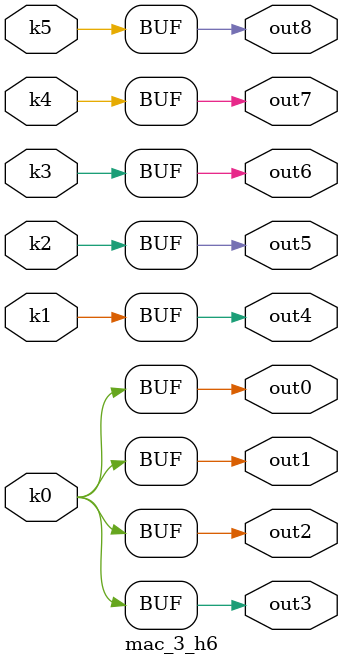
<source format=v>
module mac_3(pi0, pi1, pi2, pi3, pi4, pi5, pi6, pi7, pi8, po0, po1, po2, po3, po4, po5, po6, po7, po8);
input pi0, pi1, pi2, pi3, pi4, pi5, pi6, pi7, pi8;
output po0, po1, po2, po3, po4, po5, po6, po7, po8;
wire k0, k1, k2, k3, k4, k5;
mac_3_w6 DUT1 (pi0, pi1, pi2, pi3, pi4, pi5, pi6, pi7, pi8, k0, k1, k2, k3, k4, k5);
mac_3_h6 DUT2 (k0, k1, k2, k3, k4, k5, po0, po1, po2, po3, po4, po5, po6, po7, po8);
endmodule

module mac_3_w6(in8, in7, in6, in5, in4, in3, in2, in1, in0, k5, k4, k3, k2, k1, k0);
input in8, in7, in6, in5, in4, in3, in2, in1, in0;
output k5, k4, k3, k2, k1, k0;
assign k0 =   (((in1 & ((in4 & ~in5 & in3) | (in6 & in5 & ~in3))) | (~in1 & ((in6 & in4 & in5 & in3) | (~in5 & ~in3))) | (~in6 & (~in4 | ~in5)) | (~in4 & ~in3)) & ((in0 & (~in8 | ~in2)) | (in8 & in2 & ~in0))) | (((~in0 & (~in8 | ~in2)) | (in8 & in2 & in0)) & ((in4 & ((in1 & ((in5 & in3) | (in6 & ~in5 & ~in3))) | (in5 & (~in6 | (~in1 & ~in3))))) | (in6 & in3 & (~in4 | (~in1 & ~in5)))));
assign k1 =   (in1 & (~in6 | ~in4)) | (in6 & in4 & ~in1);
assign k2 =   in3;
assign k3 =   in4;
assign k4 =   in7;
assign k5 =   in8;
endmodule

module mac_3_h6(k5, k4, k3, k2, k1, k0, out8, out7, out6, out5, out4, out3, out2, out1, out0);
input k5, k4, k3, k2, k1, k0;
output out8, out7, out6, out5, out4, out3, out2, out1, out0;
assign out0 = k0;
assign out1 = k0;
assign out2 = k0;
assign out3 = k0;
assign out4 = k1;
assign out5 = k2;
assign out6 = k3;
assign out7 = k4;
assign out8 = k5;
endmodule

</source>
